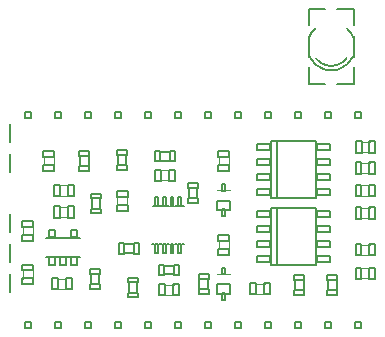
<source format=gbr>
G04 (created by PCBNEW (2013-jul-07)-stable) date Mon 28 Dec 2015 12:48:25 PM PST*
%MOIN*%
G04 Gerber Fmt 3.4, Leading zero omitted, Abs format*
%FSLAX34Y34*%
G01*
G70*
G90*
G04 APERTURE LIST*
%ADD10C,0.00393701*%
%ADD11C,0.004*%
%ADD12C,0.005*%
%ADD13C,0.006*%
%ADD14C,0.008*%
G04 APERTURE END LIST*
G54D10*
G54D11*
X60161Y-40472D02*
X60161Y-40192D01*
X60495Y-40472D02*
X60495Y-40192D01*
G54D12*
X60516Y-40662D02*
X60516Y-40465D01*
X60516Y-40465D02*
X60142Y-40465D01*
X60142Y-40465D02*
X60142Y-40662D01*
X60142Y-40662D02*
X60516Y-40662D01*
X60516Y-40202D02*
X60516Y-40006D01*
X60516Y-40006D02*
X60142Y-40006D01*
X60142Y-40006D02*
X60142Y-40202D01*
X60142Y-40202D02*
X60516Y-40202D01*
G54D13*
X62711Y-44296D02*
X62711Y-44636D01*
X62991Y-44636D02*
X62991Y-44296D01*
G54D12*
X62681Y-44636D02*
X62681Y-44796D01*
X62681Y-44796D02*
X63021Y-44796D01*
X63021Y-44796D02*
X63021Y-44636D01*
X63021Y-44636D02*
X62681Y-44636D01*
X62681Y-44136D02*
X62681Y-44296D01*
X62681Y-44296D02*
X63021Y-44296D01*
X63021Y-44296D02*
X63021Y-44136D01*
X63021Y-44136D02*
X62681Y-44136D01*
G54D11*
X64915Y-41894D02*
X65195Y-41894D01*
X64915Y-42228D02*
X65195Y-42228D01*
G54D12*
X64725Y-42249D02*
X64922Y-42249D01*
X64922Y-42249D02*
X64922Y-41875D01*
X64922Y-41875D02*
X64725Y-41875D01*
X64725Y-41875D02*
X64725Y-42249D01*
X65185Y-42249D02*
X65381Y-42249D01*
X65381Y-42249D02*
X65381Y-41875D01*
X65381Y-41875D02*
X65185Y-41875D01*
X65185Y-41875D02*
X65185Y-42249D01*
G54D14*
X63402Y-41551D02*
X62103Y-41551D01*
X62103Y-41551D02*
X61906Y-41551D01*
X61906Y-41551D02*
X61906Y-39663D01*
X61906Y-39663D02*
X62103Y-39663D01*
X62103Y-39663D02*
X63402Y-39663D01*
X63402Y-39663D02*
X63402Y-41551D01*
X62103Y-41551D02*
X62103Y-39663D01*
G54D12*
X61434Y-39761D02*
X61434Y-39954D01*
X61434Y-39954D02*
X61867Y-39954D01*
X61867Y-39954D02*
X61867Y-39761D01*
X61867Y-39761D02*
X61434Y-39761D01*
X61434Y-40261D02*
X61434Y-40454D01*
X61434Y-40454D02*
X61867Y-40454D01*
X61867Y-40454D02*
X61867Y-40261D01*
X61867Y-40261D02*
X61434Y-40261D01*
X61434Y-40760D02*
X61434Y-40953D01*
X61434Y-40953D02*
X61867Y-40953D01*
X61867Y-40953D02*
X61867Y-40760D01*
X61867Y-40760D02*
X61434Y-40760D01*
X61434Y-41260D02*
X61434Y-41453D01*
X61434Y-41453D02*
X61867Y-41453D01*
X61867Y-41453D02*
X61867Y-41260D01*
X61867Y-41260D02*
X61434Y-41260D01*
X63441Y-41260D02*
X63441Y-41453D01*
X63441Y-41453D02*
X63874Y-41453D01*
X63874Y-41453D02*
X63874Y-41260D01*
X63874Y-41260D02*
X63441Y-41260D01*
X63441Y-40760D02*
X63441Y-40953D01*
X63441Y-40953D02*
X63874Y-40953D01*
X63874Y-40953D02*
X63874Y-40760D01*
X63874Y-40760D02*
X63441Y-40760D01*
X63441Y-40261D02*
X63441Y-40454D01*
X63441Y-40454D02*
X63874Y-40454D01*
X63874Y-40454D02*
X63874Y-40261D01*
X63874Y-40261D02*
X63441Y-40261D01*
X63441Y-39761D02*
X63441Y-39954D01*
X63441Y-39954D02*
X63874Y-39954D01*
X63874Y-39954D02*
X63874Y-39761D01*
X63874Y-39761D02*
X63441Y-39761D01*
G54D13*
X59167Y-41225D02*
X59167Y-41565D01*
X59447Y-41565D02*
X59447Y-41225D01*
G54D12*
X59137Y-41565D02*
X59137Y-41725D01*
X59137Y-41725D02*
X59477Y-41725D01*
X59477Y-41725D02*
X59477Y-41565D01*
X59477Y-41565D02*
X59137Y-41565D01*
X59137Y-41065D02*
X59137Y-41225D01*
X59137Y-41225D02*
X59477Y-41225D01*
X59477Y-41225D02*
X59477Y-41065D01*
X59477Y-41065D02*
X59137Y-41065D01*
G54D11*
X60115Y-41297D02*
X60547Y-41297D01*
X60547Y-41965D02*
X60115Y-41965D01*
G54D12*
X60390Y-42162D02*
X60390Y-41945D01*
X60390Y-41945D02*
X60272Y-41945D01*
X60272Y-41945D02*
X60272Y-42162D01*
X60272Y-42162D02*
X60390Y-42162D01*
X60390Y-41317D02*
X60390Y-41100D01*
X60390Y-41100D02*
X60272Y-41100D01*
X60272Y-41100D02*
X60272Y-41317D01*
X60272Y-41317D02*
X60390Y-41317D01*
X60547Y-41965D02*
X60547Y-41650D01*
X60547Y-41650D02*
X60115Y-41650D01*
X60115Y-41650D02*
X60115Y-41965D01*
X60115Y-41965D02*
X60547Y-41965D01*
G54D11*
X54334Y-40472D02*
X54334Y-40192D01*
X54668Y-40472D02*
X54668Y-40192D01*
G54D12*
X54689Y-40662D02*
X54689Y-40465D01*
X54689Y-40465D02*
X54315Y-40465D01*
X54315Y-40465D02*
X54315Y-40662D01*
X54315Y-40662D02*
X54689Y-40662D01*
X54689Y-40202D02*
X54689Y-40006D01*
X54689Y-40006D02*
X54315Y-40006D01*
X54315Y-40006D02*
X54315Y-40202D01*
X54315Y-40202D02*
X54689Y-40202D01*
G54D11*
X53966Y-42515D02*
X53966Y-42795D01*
X53632Y-42515D02*
X53632Y-42795D01*
G54D12*
X53611Y-42325D02*
X53611Y-42522D01*
X53611Y-42522D02*
X53985Y-42522D01*
X53985Y-42522D02*
X53985Y-42325D01*
X53985Y-42325D02*
X53611Y-42325D01*
X53611Y-42785D02*
X53611Y-42981D01*
X53611Y-42981D02*
X53985Y-42981D01*
X53985Y-42981D02*
X53985Y-42785D01*
X53985Y-42785D02*
X53611Y-42785D01*
G54D11*
X53966Y-43971D02*
X53966Y-44251D01*
X53632Y-43971D02*
X53632Y-44251D01*
G54D12*
X53611Y-43781D02*
X53611Y-43978D01*
X53611Y-43978D02*
X53985Y-43978D01*
X53985Y-43978D02*
X53985Y-43781D01*
X53985Y-43781D02*
X53611Y-43781D01*
X53611Y-44241D02*
X53611Y-44437D01*
X53611Y-44437D02*
X53985Y-44437D01*
X53985Y-44437D02*
X53985Y-44241D01*
X53985Y-44241D02*
X53611Y-44241D01*
G54D13*
X53210Y-43707D02*
X53210Y-43107D01*
X53210Y-42707D02*
X53210Y-42107D01*
X53210Y-40707D02*
X53210Y-40107D01*
X53210Y-39707D02*
X53210Y-39107D01*
X53210Y-44707D02*
X53210Y-44107D01*
G54D11*
X61411Y-44414D02*
X61691Y-44414D01*
X61411Y-44748D02*
X61691Y-44748D01*
G54D12*
X61221Y-44769D02*
X61418Y-44769D01*
X61418Y-44769D02*
X61418Y-44395D01*
X61418Y-44395D02*
X61221Y-44395D01*
X61221Y-44395D02*
X61221Y-44769D01*
X61681Y-44769D02*
X61877Y-44769D01*
X61877Y-44769D02*
X61877Y-44395D01*
X61877Y-44395D02*
X61681Y-44395D01*
X61681Y-44395D02*
X61681Y-44769D01*
G54D11*
X57115Y-41530D02*
X57115Y-41810D01*
X56781Y-41530D02*
X56781Y-41810D01*
G54D12*
X56760Y-41340D02*
X56760Y-41537D01*
X56760Y-41537D02*
X57134Y-41537D01*
X57134Y-41537D02*
X57134Y-41340D01*
X57134Y-41340D02*
X56760Y-41340D01*
X56760Y-41800D02*
X56760Y-41996D01*
X56760Y-41996D02*
X57134Y-41996D01*
X57134Y-41996D02*
X57134Y-41800D01*
X57134Y-41800D02*
X56760Y-41800D01*
G54D13*
X57351Y-43105D02*
X57011Y-43105D01*
X57011Y-43385D02*
X57351Y-43385D01*
G54D12*
X57011Y-43075D02*
X56851Y-43075D01*
X56851Y-43075D02*
X56851Y-43415D01*
X56851Y-43415D02*
X57011Y-43415D01*
X57011Y-43415D02*
X57011Y-43075D01*
X57511Y-43075D02*
X57351Y-43075D01*
X57351Y-43075D02*
X57351Y-43415D01*
X57351Y-43415D02*
X57511Y-43415D01*
X57511Y-43415D02*
X57511Y-43075D01*
G54D11*
X54797Y-44256D02*
X55077Y-44256D01*
X54797Y-44590D02*
X55077Y-44590D01*
G54D12*
X54607Y-44611D02*
X54804Y-44611D01*
X54804Y-44611D02*
X54804Y-44237D01*
X54804Y-44237D02*
X54607Y-44237D01*
X54607Y-44237D02*
X54607Y-44611D01*
X55067Y-44611D02*
X55263Y-44611D01*
X55263Y-44611D02*
X55263Y-44237D01*
X55263Y-44237D02*
X55067Y-44237D01*
X55067Y-44237D02*
X55067Y-44611D01*
G54D13*
X55545Y-40162D02*
X55545Y-40502D01*
X55825Y-40502D02*
X55825Y-40162D01*
G54D12*
X55515Y-40502D02*
X55515Y-40662D01*
X55515Y-40662D02*
X55855Y-40662D01*
X55855Y-40662D02*
X55855Y-40502D01*
X55855Y-40502D02*
X55515Y-40502D01*
X55515Y-40002D02*
X55515Y-40162D01*
X55515Y-40162D02*
X55855Y-40162D01*
X55855Y-40162D02*
X55855Y-40002D01*
X55855Y-40002D02*
X55515Y-40002D01*
G54D13*
X55537Y-43525D02*
X54417Y-43525D01*
X54417Y-42887D02*
X55537Y-42887D01*
G54D12*
X54505Y-43796D02*
X54702Y-43796D01*
X54702Y-43796D02*
X54702Y-43540D01*
X54702Y-43540D02*
X54505Y-43540D01*
X54505Y-43540D02*
X54505Y-43796D01*
X54879Y-43796D02*
X55075Y-43796D01*
X55075Y-43796D02*
X55075Y-43540D01*
X55075Y-43540D02*
X54879Y-43540D01*
X54879Y-43540D02*
X54879Y-43796D01*
X55252Y-43796D02*
X55449Y-43796D01*
X55449Y-43796D02*
X55449Y-43540D01*
X55449Y-43540D02*
X55252Y-43540D01*
X55252Y-43540D02*
X55252Y-43796D01*
X55252Y-42872D02*
X55449Y-42872D01*
X55449Y-42872D02*
X55449Y-42616D01*
X55449Y-42616D02*
X55252Y-42616D01*
X55252Y-42616D02*
X55252Y-42872D01*
X54505Y-42872D02*
X54702Y-42872D01*
X54702Y-42872D02*
X54702Y-42616D01*
X54702Y-42616D02*
X54505Y-42616D01*
X54505Y-42616D02*
X54505Y-42872D01*
G54D11*
X55156Y-42195D02*
X54876Y-42195D01*
X55156Y-41861D02*
X54876Y-41861D01*
G54D12*
X55346Y-41840D02*
X55149Y-41840D01*
X55149Y-41840D02*
X55149Y-42214D01*
X55149Y-42214D02*
X55346Y-42214D01*
X55346Y-42214D02*
X55346Y-41840D01*
X54886Y-41840D02*
X54690Y-41840D01*
X54690Y-41840D02*
X54690Y-42214D01*
X54690Y-42214D02*
X54886Y-42214D01*
X54886Y-42214D02*
X54886Y-41840D01*
G54D11*
X54876Y-41146D02*
X55156Y-41146D01*
X54876Y-41480D02*
X55156Y-41480D01*
G54D12*
X54686Y-41501D02*
X54883Y-41501D01*
X54883Y-41501D02*
X54883Y-41127D01*
X54883Y-41127D02*
X54686Y-41127D01*
X54686Y-41127D02*
X54686Y-41501D01*
X55146Y-41501D02*
X55342Y-41501D01*
X55342Y-41501D02*
X55342Y-41127D01*
X55342Y-41127D02*
X55146Y-41127D01*
X55146Y-41127D02*
X55146Y-41501D01*
G54D13*
X56180Y-44439D02*
X56180Y-44099D01*
X55900Y-44099D02*
X55900Y-44439D01*
G54D12*
X56210Y-44099D02*
X56210Y-43939D01*
X56210Y-43939D02*
X55870Y-43939D01*
X55870Y-43939D02*
X55870Y-44099D01*
X55870Y-44099D02*
X56210Y-44099D01*
X56210Y-44599D02*
X56210Y-44439D01*
X56210Y-44439D02*
X55870Y-44439D01*
X55870Y-44439D02*
X55870Y-44599D01*
X55870Y-44599D02*
X56210Y-44599D01*
G54D13*
X56219Y-41919D02*
X56219Y-41579D01*
X55939Y-41579D02*
X55939Y-41919D01*
G54D12*
X56249Y-41579D02*
X56249Y-41419D01*
X56249Y-41419D02*
X55909Y-41419D01*
X55909Y-41419D02*
X55909Y-41579D01*
X55909Y-41579D02*
X56249Y-41579D01*
X56249Y-42079D02*
X56249Y-41919D01*
X56249Y-41919D02*
X55909Y-41919D01*
X55909Y-41919D02*
X55909Y-42079D01*
X55909Y-42079D02*
X56249Y-42079D01*
X63707Y-38896D02*
X63907Y-38896D01*
X63907Y-38896D02*
X63907Y-38696D01*
X63907Y-38696D02*
X63707Y-38696D01*
X63707Y-38696D02*
X63707Y-38896D01*
X62707Y-38896D02*
X62907Y-38896D01*
X62907Y-38896D02*
X62907Y-38696D01*
X62907Y-38696D02*
X62707Y-38696D01*
X62707Y-38696D02*
X62707Y-38896D01*
X61707Y-38896D02*
X61907Y-38896D01*
X61907Y-38896D02*
X61907Y-38696D01*
X61907Y-38696D02*
X61707Y-38696D01*
X61707Y-38696D02*
X61707Y-38896D01*
X60707Y-38896D02*
X60907Y-38896D01*
X60907Y-38896D02*
X60907Y-38696D01*
X60907Y-38696D02*
X60707Y-38696D01*
X60707Y-38696D02*
X60707Y-38896D01*
X59707Y-38896D02*
X59907Y-38896D01*
X59907Y-38896D02*
X59907Y-38696D01*
X59907Y-38696D02*
X59707Y-38696D01*
X59707Y-38696D02*
X59707Y-38896D01*
X58707Y-38896D02*
X58907Y-38896D01*
X58907Y-38896D02*
X58907Y-38696D01*
X58907Y-38696D02*
X58707Y-38696D01*
X58707Y-38696D02*
X58707Y-38896D01*
X57707Y-38896D02*
X57907Y-38896D01*
X57907Y-38896D02*
X57907Y-38696D01*
X57907Y-38696D02*
X57707Y-38696D01*
X57707Y-38696D02*
X57707Y-38896D01*
X56707Y-38896D02*
X56907Y-38896D01*
X56907Y-38896D02*
X56907Y-38696D01*
X56907Y-38696D02*
X56707Y-38696D01*
X56707Y-38696D02*
X56707Y-38896D01*
X55707Y-38896D02*
X55907Y-38896D01*
X55907Y-38896D02*
X55907Y-38696D01*
X55907Y-38696D02*
X55707Y-38696D01*
X55707Y-38696D02*
X55707Y-38896D01*
X54707Y-38896D02*
X54907Y-38896D01*
X54907Y-38896D02*
X54907Y-38696D01*
X54907Y-38696D02*
X54707Y-38696D01*
X54707Y-38696D02*
X54707Y-38896D01*
X53707Y-38896D02*
X53907Y-38896D01*
X53907Y-38896D02*
X53907Y-38696D01*
X53907Y-38696D02*
X53707Y-38696D01*
X53707Y-38696D02*
X53707Y-38896D01*
X64707Y-38896D02*
X64907Y-38896D01*
X64907Y-38896D02*
X64907Y-38696D01*
X64907Y-38696D02*
X64707Y-38696D01*
X64707Y-38696D02*
X64707Y-38896D01*
X63707Y-45904D02*
X63907Y-45904D01*
X63907Y-45904D02*
X63907Y-45704D01*
X63907Y-45704D02*
X63707Y-45704D01*
X63707Y-45704D02*
X63707Y-45904D01*
X62707Y-45904D02*
X62907Y-45904D01*
X62907Y-45904D02*
X62907Y-45704D01*
X62907Y-45704D02*
X62707Y-45704D01*
X62707Y-45704D02*
X62707Y-45904D01*
X61707Y-45904D02*
X61907Y-45904D01*
X61907Y-45904D02*
X61907Y-45704D01*
X61907Y-45704D02*
X61707Y-45704D01*
X61707Y-45704D02*
X61707Y-45904D01*
X60707Y-45904D02*
X60907Y-45904D01*
X60907Y-45904D02*
X60907Y-45704D01*
X60907Y-45704D02*
X60707Y-45704D01*
X60707Y-45704D02*
X60707Y-45904D01*
X59707Y-45904D02*
X59907Y-45904D01*
X59907Y-45904D02*
X59907Y-45704D01*
X59907Y-45704D02*
X59707Y-45704D01*
X59707Y-45704D02*
X59707Y-45904D01*
X58707Y-45904D02*
X58907Y-45904D01*
X58907Y-45904D02*
X58907Y-45704D01*
X58907Y-45704D02*
X58707Y-45704D01*
X58707Y-45704D02*
X58707Y-45904D01*
X57707Y-45904D02*
X57907Y-45904D01*
X57907Y-45904D02*
X57907Y-45704D01*
X57907Y-45704D02*
X57707Y-45704D01*
X57707Y-45704D02*
X57707Y-45904D01*
X56707Y-45904D02*
X56907Y-45904D01*
X56907Y-45904D02*
X56907Y-45704D01*
X56907Y-45704D02*
X56707Y-45704D01*
X56707Y-45704D02*
X56707Y-45904D01*
X55707Y-45904D02*
X55907Y-45904D01*
X55907Y-45904D02*
X55907Y-45704D01*
X55907Y-45704D02*
X55707Y-45704D01*
X55707Y-45704D02*
X55707Y-45904D01*
X54707Y-45904D02*
X54907Y-45904D01*
X54907Y-45904D02*
X54907Y-45704D01*
X54907Y-45704D02*
X54707Y-45704D01*
X54707Y-45704D02*
X54707Y-45904D01*
X53707Y-45904D02*
X53907Y-45904D01*
X53907Y-45904D02*
X53907Y-45704D01*
X53907Y-45704D02*
X53707Y-45704D01*
X53707Y-45704D02*
X53707Y-45904D01*
X64707Y-45904D02*
X64907Y-45904D01*
X64907Y-45904D02*
X64907Y-45704D01*
X64907Y-45704D02*
X64707Y-45704D01*
X64707Y-45704D02*
X64707Y-45904D01*
G54D11*
X60161Y-43267D02*
X60161Y-42987D01*
X60495Y-43267D02*
X60495Y-42987D01*
G54D12*
X60516Y-43457D02*
X60516Y-43260D01*
X60516Y-43260D02*
X60142Y-43260D01*
X60142Y-43260D02*
X60142Y-43457D01*
X60142Y-43457D02*
X60516Y-43457D01*
X60516Y-42997D02*
X60516Y-42801D01*
X60516Y-42801D02*
X60142Y-42801D01*
X60142Y-42801D02*
X60142Y-42997D01*
X60142Y-42997D02*
X60516Y-42997D01*
G54D13*
X63813Y-44296D02*
X63813Y-44636D01*
X64093Y-44636D02*
X64093Y-44296D01*
G54D12*
X63783Y-44636D02*
X63783Y-44796D01*
X63783Y-44796D02*
X64123Y-44796D01*
X64123Y-44796D02*
X64123Y-44636D01*
X64123Y-44636D02*
X63783Y-44636D01*
X63783Y-44136D02*
X63783Y-44296D01*
X63783Y-44296D02*
X64123Y-44296D01*
X64123Y-44296D02*
X64123Y-44136D01*
X64123Y-44136D02*
X63783Y-44136D01*
G54D11*
X64915Y-41146D02*
X65195Y-41146D01*
X64915Y-41480D02*
X65195Y-41480D01*
G54D12*
X64725Y-41501D02*
X64922Y-41501D01*
X64922Y-41501D02*
X64922Y-41127D01*
X64922Y-41127D02*
X64725Y-41127D01*
X64725Y-41127D02*
X64725Y-41501D01*
X65185Y-41501D02*
X65381Y-41501D01*
X65381Y-41501D02*
X65381Y-41127D01*
X65381Y-41127D02*
X65185Y-41127D01*
X65185Y-41127D02*
X65185Y-41501D01*
G54D14*
X63402Y-43796D02*
X62103Y-43796D01*
X62103Y-43796D02*
X61906Y-43796D01*
X61906Y-43796D02*
X61906Y-41908D01*
X61906Y-41908D02*
X62103Y-41908D01*
X62103Y-41908D02*
X63402Y-41908D01*
X63402Y-41908D02*
X63402Y-43796D01*
X62103Y-43796D02*
X62103Y-41908D01*
G54D12*
X61434Y-42006D02*
X61434Y-42199D01*
X61434Y-42199D02*
X61867Y-42199D01*
X61867Y-42199D02*
X61867Y-42006D01*
X61867Y-42006D02*
X61434Y-42006D01*
X61434Y-42506D02*
X61434Y-42699D01*
X61434Y-42699D02*
X61867Y-42699D01*
X61867Y-42699D02*
X61867Y-42506D01*
X61867Y-42506D02*
X61434Y-42506D01*
X61434Y-43005D02*
X61434Y-43198D01*
X61434Y-43198D02*
X61867Y-43198D01*
X61867Y-43198D02*
X61867Y-43005D01*
X61867Y-43005D02*
X61434Y-43005D01*
X61434Y-43505D02*
X61434Y-43698D01*
X61434Y-43698D02*
X61867Y-43698D01*
X61867Y-43698D02*
X61867Y-43505D01*
X61867Y-43505D02*
X61434Y-43505D01*
X63441Y-43505D02*
X63441Y-43698D01*
X63441Y-43698D02*
X63874Y-43698D01*
X63874Y-43698D02*
X63874Y-43505D01*
X63874Y-43505D02*
X63441Y-43505D01*
X63441Y-43005D02*
X63441Y-43198D01*
X63441Y-43198D02*
X63874Y-43198D01*
X63874Y-43198D02*
X63874Y-43005D01*
X63874Y-43005D02*
X63441Y-43005D01*
X63441Y-42506D02*
X63441Y-42699D01*
X63441Y-42699D02*
X63874Y-42699D01*
X63874Y-42699D02*
X63874Y-42506D01*
X63874Y-42506D02*
X63441Y-42506D01*
X63441Y-42006D02*
X63441Y-42199D01*
X63441Y-42199D02*
X63874Y-42199D01*
X63874Y-42199D02*
X63874Y-42006D01*
X63874Y-42006D02*
X63441Y-42006D01*
G54D13*
X59522Y-44256D02*
X59522Y-44596D01*
X59802Y-44596D02*
X59802Y-44256D01*
G54D12*
X59492Y-44596D02*
X59492Y-44756D01*
X59492Y-44756D02*
X59832Y-44756D01*
X59832Y-44756D02*
X59832Y-44596D01*
X59832Y-44596D02*
X59492Y-44596D01*
X59492Y-44096D02*
X59492Y-44256D01*
X59492Y-44256D02*
X59832Y-44256D01*
X59832Y-44256D02*
X59832Y-44096D01*
X59832Y-44096D02*
X59492Y-44096D01*
G54D11*
X60115Y-44092D02*
X60547Y-44092D01*
X60547Y-44760D02*
X60115Y-44760D01*
G54D12*
X60390Y-44957D02*
X60390Y-44740D01*
X60390Y-44740D02*
X60272Y-44740D01*
X60272Y-44740D02*
X60272Y-44957D01*
X60272Y-44957D02*
X60390Y-44957D01*
X60390Y-44112D02*
X60390Y-43895D01*
X60390Y-43895D02*
X60272Y-43895D01*
X60272Y-43895D02*
X60272Y-44112D01*
X60272Y-44112D02*
X60390Y-44112D01*
X60547Y-44760D02*
X60547Y-44445D01*
X60547Y-44445D02*
X60115Y-44445D01*
X60115Y-44445D02*
X60115Y-44760D01*
X60115Y-44760D02*
X60547Y-44760D01*
G54D13*
X56805Y-40122D02*
X56805Y-40462D01*
X57085Y-40462D02*
X57085Y-40122D01*
G54D12*
X56775Y-40462D02*
X56775Y-40622D01*
X56775Y-40622D02*
X57115Y-40622D01*
X57115Y-40622D02*
X57115Y-40462D01*
X57115Y-40462D02*
X56775Y-40462D01*
X56775Y-39962D02*
X56775Y-40122D01*
X56775Y-40122D02*
X57115Y-40122D01*
X57115Y-40122D02*
X57115Y-39962D01*
X57115Y-39962D02*
X56775Y-39962D01*
G54D13*
X58192Y-40314D02*
X58532Y-40314D01*
X58532Y-40034D02*
X58192Y-40034D01*
G54D12*
X58532Y-40344D02*
X58692Y-40344D01*
X58692Y-40344D02*
X58692Y-40004D01*
X58692Y-40004D02*
X58532Y-40004D01*
X58532Y-40004D02*
X58532Y-40344D01*
X58032Y-40344D02*
X58192Y-40344D01*
X58192Y-40344D02*
X58192Y-40004D01*
X58192Y-40004D02*
X58032Y-40004D01*
X58032Y-40004D02*
X58032Y-40344D01*
G54D11*
X58502Y-40974D02*
X58222Y-40974D01*
X58502Y-40640D02*
X58222Y-40640D01*
G54D12*
X58692Y-40619D02*
X58495Y-40619D01*
X58495Y-40619D02*
X58495Y-40993D01*
X58495Y-40993D02*
X58692Y-40993D01*
X58692Y-40993D02*
X58692Y-40619D01*
X58232Y-40619D02*
X58036Y-40619D01*
X58036Y-40619D02*
X58036Y-40993D01*
X58036Y-40993D02*
X58232Y-40993D01*
X58232Y-40993D02*
X58232Y-40619D01*
G54D13*
X57954Y-43098D02*
X58007Y-43098D01*
X58187Y-43098D02*
X58263Y-43098D01*
X58443Y-43098D02*
X58518Y-43098D01*
X58698Y-43098D02*
X58774Y-43098D01*
X58954Y-43098D02*
X58992Y-43098D01*
X57969Y-41819D02*
X58007Y-41819D01*
X58187Y-41819D02*
X58263Y-41819D01*
X58443Y-41819D02*
X58518Y-41819D01*
X58698Y-41819D02*
X58774Y-41819D01*
X58954Y-41819D02*
X58992Y-41819D01*
G54D12*
X58049Y-41819D02*
X58145Y-41819D01*
X58145Y-41819D02*
X58145Y-41531D01*
X58145Y-41531D02*
X58049Y-41531D01*
X58049Y-41531D02*
X58049Y-41819D01*
X58305Y-41819D02*
X58401Y-41819D01*
X58401Y-41819D02*
X58401Y-41531D01*
X58401Y-41531D02*
X58305Y-41531D01*
X58305Y-41531D02*
X58305Y-41819D01*
X58560Y-41819D02*
X58656Y-41819D01*
X58656Y-41819D02*
X58656Y-41531D01*
X58656Y-41531D02*
X58560Y-41531D01*
X58560Y-41531D02*
X58560Y-41819D01*
X58816Y-41819D02*
X58912Y-41819D01*
X58912Y-41819D02*
X58912Y-41531D01*
X58912Y-41531D02*
X58816Y-41531D01*
X58816Y-41531D02*
X58816Y-41819D01*
X58049Y-43385D02*
X58145Y-43385D01*
X58145Y-43385D02*
X58145Y-43098D01*
X58145Y-43098D02*
X58049Y-43098D01*
X58049Y-43098D02*
X58049Y-43385D01*
X58305Y-43385D02*
X58401Y-43385D01*
X58401Y-43385D02*
X58401Y-43098D01*
X58401Y-43098D02*
X58305Y-43098D01*
X58305Y-43098D02*
X58305Y-43385D01*
X58560Y-43385D02*
X58656Y-43385D01*
X58656Y-43385D02*
X58656Y-43098D01*
X58656Y-43098D02*
X58560Y-43098D01*
X58560Y-43098D02*
X58560Y-43385D01*
X58816Y-43385D02*
X58912Y-43385D01*
X58912Y-43385D02*
X58912Y-43098D01*
X58912Y-43098D02*
X58816Y-43098D01*
X58816Y-43098D02*
X58816Y-43385D01*
G54D13*
X57159Y-44374D02*
X57159Y-44714D01*
X57439Y-44714D02*
X57439Y-44374D01*
G54D12*
X57129Y-44714D02*
X57129Y-44874D01*
X57129Y-44874D02*
X57469Y-44874D01*
X57469Y-44874D02*
X57469Y-44714D01*
X57469Y-44714D02*
X57129Y-44714D01*
X57129Y-44214D02*
X57129Y-44374D01*
X57129Y-44374D02*
X57469Y-44374D01*
X57469Y-44374D02*
X57469Y-44214D01*
X57469Y-44214D02*
X57129Y-44214D01*
G54D13*
X58690Y-43814D02*
X58350Y-43814D01*
X58350Y-44094D02*
X58690Y-44094D01*
G54D12*
X58350Y-43784D02*
X58190Y-43784D01*
X58190Y-43784D02*
X58190Y-44124D01*
X58190Y-44124D02*
X58350Y-44124D01*
X58350Y-44124D02*
X58350Y-43784D01*
X58850Y-43784D02*
X58690Y-43784D01*
X58690Y-43784D02*
X58690Y-44124D01*
X58690Y-44124D02*
X58850Y-44124D01*
X58850Y-44124D02*
X58850Y-43784D01*
G54D11*
X58380Y-44453D02*
X58660Y-44453D01*
X58380Y-44787D02*
X58660Y-44787D01*
G54D12*
X58190Y-44808D02*
X58387Y-44808D01*
X58387Y-44808D02*
X58387Y-44434D01*
X58387Y-44434D02*
X58190Y-44434D01*
X58190Y-44434D02*
X58190Y-44808D01*
X58650Y-44808D02*
X58846Y-44808D01*
X58846Y-44808D02*
X58846Y-44434D01*
X58846Y-44434D02*
X58650Y-44434D01*
X58650Y-44434D02*
X58650Y-44808D01*
G54D11*
X64915Y-40398D02*
X65195Y-40398D01*
X64915Y-40732D02*
X65195Y-40732D01*
G54D12*
X64725Y-40753D02*
X64922Y-40753D01*
X64922Y-40753D02*
X64922Y-40379D01*
X64922Y-40379D02*
X64725Y-40379D01*
X64725Y-40379D02*
X64725Y-40753D01*
X65185Y-40753D02*
X65381Y-40753D01*
X65381Y-40753D02*
X65381Y-40379D01*
X65381Y-40379D02*
X65185Y-40379D01*
X65185Y-40379D02*
X65185Y-40753D01*
G54D11*
X64915Y-43115D02*
X65195Y-43115D01*
X64915Y-43449D02*
X65195Y-43449D01*
G54D12*
X64725Y-43470D02*
X64922Y-43470D01*
X64922Y-43470D02*
X64922Y-43096D01*
X64922Y-43096D02*
X64725Y-43096D01*
X64725Y-43096D02*
X64725Y-43470D01*
X65185Y-43470D02*
X65381Y-43470D01*
X65381Y-43470D02*
X65381Y-43096D01*
X65381Y-43096D02*
X65185Y-43096D01*
X65185Y-43096D02*
X65185Y-43470D01*
G54D13*
X64664Y-35813D02*
X64664Y-35263D01*
X63164Y-35263D02*
X63164Y-35813D01*
X64668Y-36248D02*
G75*
G03X64441Y-35912I-754J-264D01*
G74*
G01*
X63159Y-36248D02*
G75*
G02X63386Y-35912I754J-264D01*
G74*
G01*
X64157Y-37275D02*
G75*
G03X64644Y-36839I-243J762D01*
G74*
G01*
X63652Y-37106D02*
G75*
G03X64426Y-36911I261J593D01*
G74*
G01*
X63672Y-37275D02*
G75*
G03X64077Y-37295I241J762D01*
G74*
G01*
X63670Y-37275D02*
G75*
G02X63183Y-36839I243J762D01*
G74*
G01*
X64175Y-37106D02*
G75*
G02X63401Y-36911I-261J593D01*
G74*
G01*
X64155Y-37275D02*
G75*
G02X63750Y-37295I-241J762D01*
G74*
G01*
X64664Y-35263D02*
X64114Y-35263D01*
X63714Y-35263D02*
X63164Y-35263D01*
X64664Y-36163D02*
X64664Y-36863D01*
X64664Y-37213D02*
X64664Y-37763D01*
X64664Y-37763D02*
X64114Y-37763D01*
X63714Y-37763D02*
X63164Y-37763D01*
X63164Y-37763D02*
X63164Y-37213D01*
X63164Y-36163D02*
X63164Y-36863D01*
G54D11*
X65195Y-40029D02*
X64915Y-40029D01*
X65195Y-39695D02*
X64915Y-39695D01*
G54D12*
X65385Y-39674D02*
X65188Y-39674D01*
X65188Y-39674D02*
X65188Y-40048D01*
X65188Y-40048D02*
X65385Y-40048D01*
X65385Y-40048D02*
X65385Y-39674D01*
X64925Y-39674D02*
X64729Y-39674D01*
X64729Y-39674D02*
X64729Y-40048D01*
X64729Y-40048D02*
X64925Y-40048D01*
X64925Y-40048D02*
X64925Y-39674D01*
G54D11*
X64915Y-43902D02*
X65195Y-43902D01*
X64915Y-44236D02*
X65195Y-44236D01*
G54D12*
X64725Y-44257D02*
X64922Y-44257D01*
X64922Y-44257D02*
X64922Y-43883D01*
X64922Y-43883D02*
X64725Y-43883D01*
X64725Y-43883D02*
X64725Y-44257D01*
X65185Y-44257D02*
X65381Y-44257D01*
X65381Y-44257D02*
X65381Y-43883D01*
X65381Y-43883D02*
X65185Y-43883D01*
X65185Y-43883D02*
X65185Y-44257D01*
M02*

</source>
